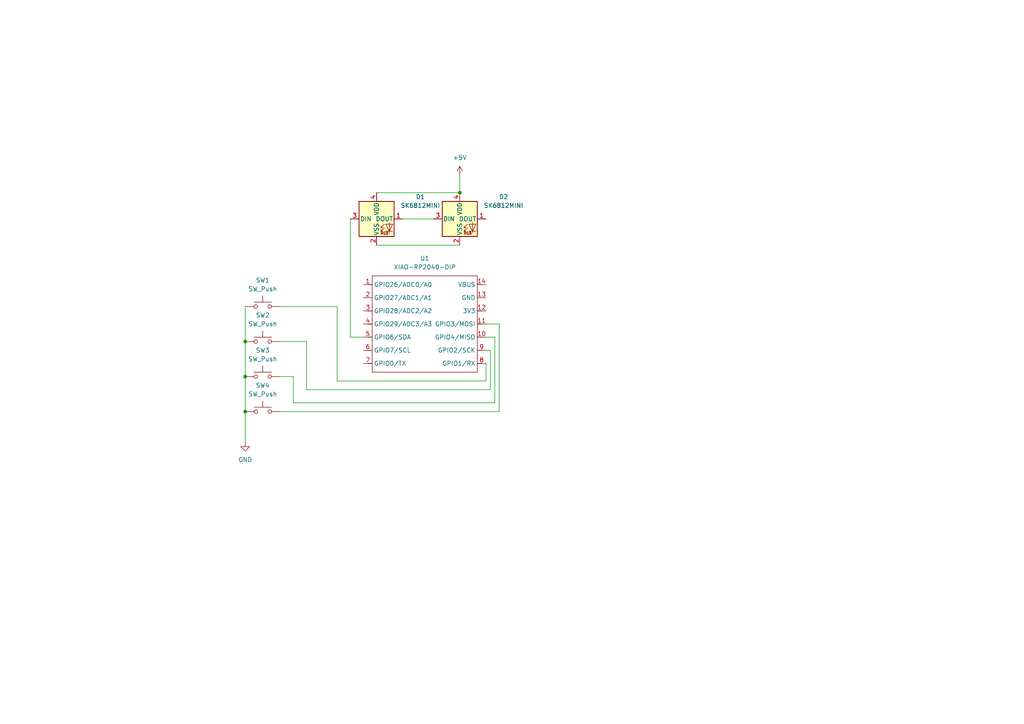
<source format=kicad_sch>
(kicad_sch (version 20250114) (generator "eeschema") (generator_version "9.0")
  (paper "A4")
  (lib_symbols
    (symbol "LED:SK6812MINI" (pin_names (offset 0.254))
      (property "Reference" "D" (at 5.08 5.715 0))
      (property "Value" "SK6812MINI" (at 1.27 -5.715 0))
      (symbol "SK6812MINI_0_0"
        (text "RGB" (at 2.286 -4.191 0) (effects (font (size 0.762 0.762))))
      )
      (symbol "SK6812MINI_0_1"
        (polyline (pts (xy 1.27 -2.54) (xy 1.778 -2.54)))
        (polyline (pts (xy 1.27 -3.556) (xy 1.778 -3.556)))
        (polyline (pts (xy 2.286 -1.524) (xy 1.27 -2.54) (xy 1.27 -2.032)))
        (polyline (pts (xy 2.286 -2.54) (xy 1.27 -3.556) (xy 1.27 -3.048)))
        (polyline (pts (xy 3.683 -1.016) (xy 3.683 -3.556) (xy 3.683 -4.064)))
        (polyline (pts (xy 4.699 -1.524) (xy 2.667 -1.524) (xy 3.683 -3.556) (xy 4.699 -1.524)))
        (polyline (pts (xy 4.699 -3.556) (xy 2.667 -3.556)))
        (rectangle (start 5.08 5.08) (end -5.08 -5.08) (stroke (width 0.254)) (fill (type background)))
      )
      (symbol "SK6812MINI_1_1"
        (pin input line (at -7.62 0 0) (length 2.54) (name "DIN") (number "3"))
        (pin power_in line (at 0 7.62 270) (length 2.54) (name "VDD") (number "4"))
        (pin power_in line (at 0 -7.62 90) (length 2.54) (name "VSS") (number "2"))
        (pin output line (at 7.62 0 180) (length 2.54) (name "DOUT") (number "1"))
      )
    )
    (symbol "OPL:XIAO-RP2040-DIP"
      (property "Reference" "U" (at 0 0 0))
      (property "Value" "XIAO-RP2040-DIP" (at 5.334 -1.778 0))
      (symbol "XIAO-RP2040-DIP_1_0"
        (polyline (pts (xy -1.27 -2.54) (xy 29.21 -2.54)) (stroke (width 0.1524)))
        (polyline (pts (xy -1.27 -5.08) (xy -2.54 -5.08)) (stroke (width 0.1524)))
        (polyline (pts (xy -1.27 -5.08) (xy -1.27 -2.54)) (stroke (width 0.1524)))
        (polyline (pts (xy -1.27 -8.89) (xy -2.54 -8.89)) (stroke (width 0.1524)))
        (polyline (pts (xy -1.27 -8.89) (xy -1.27 -5.08)) (stroke (width 0.1524)))
        (polyline (pts (xy -1.27 -12.7) (xy -2.54 -12.7)) (stroke (width 0.1524)))
        (polyline (pts (xy -1.27 -12.7) (xy -1.27 -8.89)) (stroke (width 0.1524)))
        (polyline (pts (xy -1.27 -16.51) (xy -2.54 -16.51)) (stroke (width 0.1524)))
        (polyline (pts (xy -1.27 -16.51) (xy -1.27 -12.7)) (stroke (width 0.1524)))
        (polyline (pts (xy -1.27 -20.32) (xy -2.54 -20.32)) (stroke (width 0.1524)))
        (polyline (pts (xy -1.27 -24.13) (xy -2.54 -24.13)) (stroke (width 0.1524)))
        (polyline (pts (xy -1.27 -27.94) (xy -2.54 -27.94)) (stroke (width 0.1524)))
        (polyline (pts (xy -1.27 -30.48) (xy -1.27 -16.51)) (stroke (width 0.1524)))
        (polyline (pts (xy 29.21 -2.54) (xy 29.21 -5.08)) (stroke (width 0.1524)))
        (polyline (pts (xy 29.21 -5.08) (xy 29.21 -8.89)) (stroke (width 0.1524)))
        (polyline (pts (xy 29.21 -8.89) (xy 29.21 -12.7)) (stroke (width 0.1524)))
        (polyline (pts (xy 29.21 -12.7) (xy 29.21 -30.48)) (stroke (width 0.1524)))
        (polyline (pts (xy 29.21 -30.48) (xy -1.27 -30.48)) (stroke (width 0.1524)))
        (polyline (pts (xy 30.48 -5.08) (xy 29.21 -5.08)) (stroke (width 0.1524)))
        (polyline (pts (xy 30.48 -8.89) (xy 29.21 -8.89)) (stroke (width 0.1524)))
        (polyline (pts (xy 30.48 -12.7) (xy 29.21 -12.7)) (stroke (width 0.1524)))
        (polyline (pts (xy 30.48 -16.51) (xy 29.21 -16.51)) (stroke (width 0.1524)))
        (polyline (pts (xy 30.48 -20.32) (xy 29.21 -20.32)) (stroke (width 0.1524)))
        (polyline (pts (xy 30.48 -24.13) (xy 29.21 -24.13)) (stroke (width 0.1524)))
        (polyline (pts (xy 30.48 -27.94) (xy 29.21 -27.94)) (stroke (width 0.1524)))
        (pin passive line (at -3.81 -5.08 0) (length 2.54) (name "GPIO26/ADC0/A0") (number "1"))
        (pin passive line (at -3.81 -8.89 0) (length 2.54) (name "GPIO27/ADC1/A1") (number "2"))
        (pin passive line (at -3.81 -12.7 0) (length 2.54) (name "GPIO28/ADC2/A2") (number "3"))
        (pin passive line (at -3.81 -16.51 0) (length 2.54) (name "GPIO29/ADC3/A3") (number "4"))
        (pin passive line (at -3.81 -20.32 0) (length 2.54) (name "GPIO6/SDA") (number "5"))
        (pin passive line (at -3.81 -24.13 0) (length 2.54) (name "GPIO7/SCL") (number "6"))
        (pin passive line (at -3.81 -27.94 0) (length 2.54) (name "GPIO0/TX") (number "7"))
        (pin passive line (at 31.75 -5.08 180) (length 2.54) (name "VBUS") (number "14"))
        (pin passive line (at 31.75 -8.89 180) (length 2.54) (name "GND") (number "13"))
        (pin passive line (at 31.75 -12.7 180) (length 2.54) (name "3V3") (number "12"))
        (pin passive line (at 31.75 -16.51 180) (length 2.54) (name "GPIO3/MOSI") (number "11"))
        (pin passive line (at 31.75 -20.32 180) (length 2.54) (name "GPIO4/MISO") (number "10"))
        (pin passive line (at 31.75 -24.13 180) (length 2.54) (name "GPIO2/SCK") (number "9"))
        (pin passive line (at 31.75 -27.94 180) (length 2.54) (name "GPIO1/RX") (number "8"))
      )
    )
    (symbol "Switch:SW_Push" (pin_numbers (hide yes)) (pin_names (offset 1.016) (hide yes))
      (property "Reference" "SW" (at 1.27 2.54 0))
      (property "Value" "SW_Push" (at 0 -1.524 0))
      (symbol "SW_Push_0_1"
        (circle (center -2.032 0) (radius 0.508))
        (polyline (pts (xy 0 1.27) (xy 0 3.048)))
        (circle (center 2.032 0) (radius 0.508))
        (polyline (pts (xy 2.54 1.27) (xy -2.54 1.27)))
        (pin passive line (at -5.08 0 0) (length 2.54) (name "1") (number "1"))
        (pin passive line (at 5.08 0 180) (length 2.54) (name "2") (number "2"))
      )
    )
    (symbol "power:+5V" (power) (pin_numbers (hide yes)) (pin_names (offset 0) (hide yes))
      (property "Value" "+5V" (at 0 3.556 0))
      (symbol "+5V_0_1"
        (polyline (pts (xy -0.762 1.27) (xy 0 2.54)))
        (polyline (pts (xy 0 2.54) (xy 0.762 1.27)))
        (polyline (pts (xy 0 0) (xy 0 2.54)))
      )
      (symbol "+5V_1_1"
        (pin power_in line (at 0 0 90) (length 0) (name "~") (number "1"))
      )
    )
    (symbol "power:GND" (power) (pin_numbers (hide yes)) (pin_names (offset 0) (hide yes))
      (property "Value" "GND" (at 0 -3.81 0))
      (symbol "GND_0_1"
        (polyline (pts (xy 0 0) (xy 0 -1.27) (xy 1.27 -1.27) (xy 0 -2.54) (xy -1.27 -1.27) (xy 0 -1.27)))
      )
      (symbol "GND_1_1"
        (pin power_in line (at 0 0 270) (length 0) (name "~") (number "1"))
      )
    )
  )
  (junction (at 133.35 55.88))
  (junction (at 71.12 99.06))
  (junction (at 71.12 119.38))
  (junction (at 71.12 109.22))
  (wire (pts (xy 71.12 88.9) (xy 71.12 99.06)))
  (wire (pts (xy 142.24 113.03) (xy 142.24 101.6)))
  (wire (pts (xy 144.78 93.98) (xy 140.97 93.98)))
  (wire (pts (xy 97.79 88.9) (xy 97.79 110.49)))
  (wire (pts (xy 140.97 110.49) (xy 140.97 105.41)))
  (wire (pts (xy 144.78 119.38) (xy 144.78 93.98)))
  (wire (pts (xy 97.79 110.49) (xy 140.97 110.49)))
  (wire (pts (xy 88.9 113.03) (xy 142.24 113.03)))
  (wire (pts (xy 85.09 116.84) (xy 143.51 116.84)))
  (wire (pts (xy 71.12 99.06) (xy 71.12 109.22)))
  (wire (pts (xy 81.28 99.06) (xy 88.9 99.06)))
  (wire (pts (xy 101.6 97.79) (xy 105.41 97.79)))
  (wire (pts (xy 71.12 119.38) (xy 71.12 128.27)))
  (wire (pts (xy 133.35 50.8) (xy 133.35 55.88)))
  (wire (pts (xy 85.09 109.22) (xy 85.09 116.84)))
  (wire (pts (xy 81.28 119.38) (xy 144.78 119.38)))
  (wire (pts (xy 81.28 109.22) (xy 85.09 109.22)))
  (wire (pts (xy 142.24 101.6) (xy 140.97 101.6)))
  (wire (pts (xy 88.9 99.06) (xy 88.9 113.03)))
  (wire (pts (xy 71.12 109.22) (xy 71.12 119.38)))
  (wire (pts (xy 116.84 63.5) (xy 125.73 63.5)))
  (wire (pts (xy 109.22 71.12) (xy 133.35 71.12)))
  (wire (pts (xy 81.28 88.9) (xy 97.79 88.9)))
  (wire (pts (xy 109.22 55.88) (xy 133.35 55.88)))
  (wire (pts (xy 143.51 116.84) (xy 143.51 97.79)))
  (wire (pts (xy 143.51 97.79) (xy 140.97 97.79)))
  (wire (pts (xy 101.6 63.5) (xy 101.6 97.79)))
  (symbol (lib_id "Switch:SW_Push") (at 76.2 88.9 0) (unit 1)
    (property "Reference" "SW1" (at 76.2 81.28 0))
    (property "Value" "SW_Push" (at 76.2 83.82 0))
    (property "Footprint" "Button_Switch_Keyboard:SW_Cherry_MX_1.00u_PCB" (effects (hide yes)))
    (property "Description" "Push button switch, generic, two pins" (effects (hide yes)))
  )
  (symbol (lib_id "OPL:XIAO-RP2040-DIP") (at 109.22 77.47 0) (unit 1)
    (property "Reference" "U1" (at 123.19 74.93 0))
    (property "Value" "XIAO-RP2040-DIP" (at 123.19 77.47 0))
    (property "Footprint" "OPL:XIAO-RP2040-DIP" (effects (hide yes)))
  )
  (symbol (lib_id "Switch:SW_Push") (at 76.2 119.38 0) (unit 1)
    (property "Reference" "SW4" (at 76.2 111.76 0))
    (property "Value" "SW_Push" (at 76.2 114.3 0))
    (property "Footprint" "Button_Switch_Keyboard:SW_Cherry_MX_1.00u_PCB" (effects (hide yes)))
    (property "Description" "Push button switch, generic, two pins" (effects (hide yes)))
  )
  (symbol (lib_id "LED:SK6812MINI") (at 133.35 63.5 0) (unit 1)
    (property "Reference" "D2" (at 146.05 57.0798 0))
    (property "Value" "SK6812MINI" (at 146.05 59.6198 0))
    (property "Footprint" "LED_SMD:LED_SK6812MINI_PLCC4_3.5x3.5mm_P1.75mm" (effects (hide yes)))
    (property "Datasheet" "https://cdn-shop.adafruit.com/product-files/2686/SK6812MINI_REV.01-1-2.pdf" (effects (hide yes)))
    (property "Description" "RGB LED with integrated controller" (effects (hide yes)))
  )
  (symbol (lib_id "LED:SK6812MINI") (at 109.22 63.5 0) (unit 1)
    (property "Reference" "D1" (at 121.92 57.0798 0))
    (property "Value" "SK6812MINI" (at 121.92 59.6198 0))
    (property "Footprint" "LED_SMD:LED_SK6812MINI_PLCC4_3.5x3.5mm_P1.75mm" (effects (hide yes)))
    (property "Datasheet" "https://cdn-shop.adafruit.com/product-files/2686/SK6812MINI_REV.01-1-2.pdf" (effects (hide yes)))
    (property "Description" "RGB LED with integrated controller" (effects (hide yes)))
  )
  (symbol (lib_id "Switch:SW_Push") (at 76.2 99.06 0) (unit 1)
    (property "Reference" "SW2" (at 76.2 91.44 0))
    (property "Value" "SW_Push" (at 76.2 93.98 0))
    (property "Footprint" "Button_Switch_Keyboard:SW_Cherry_MX_1.00u_PCB" (effects (hide yes)))
    (property "Description" "Push button switch, generic, two pins" (effects (hide yes)))
  )
  (symbol (lib_id "Switch:SW_Push") (at 76.2 109.22 0) (unit 1)
    (property "Reference" "SW3" (at 76.2 101.6 0))
    (property "Value" "SW_Push" (at 76.2 104.14 0))
    (property "Footprint" "Button_Switch_Keyboard:SW_Cherry_MX_1.00u_PCB" (effects (hide yes)))
    (property "Description" "Push button switch, generic, two pins" (effects (hide yes)))
  )
  (symbol (lib_id "power:GND") (at 71.12 128.27 0) (unit 1)
    (property "Reference" "#PWR01" (effects (hide yes)))
    (property "Value" "GND" (at 71.12 133.35 0))
    (property "Description" "Power symbol creates a global label with name \"GND\" , ground" (effects (hide yes)))
  )
  (symbol (lib_id "power:+5V") (at 133.35 50.8 0) (unit 1)
    (property "Reference" "#PWR02" (effects (hide yes)))
    (property "Value" "+5V" (at 133.35 45.72 0))
    (property "Description" "Power symbol creates a global label with name \"+5V\"" (effects (hide yes)))
  )
)
</source>
